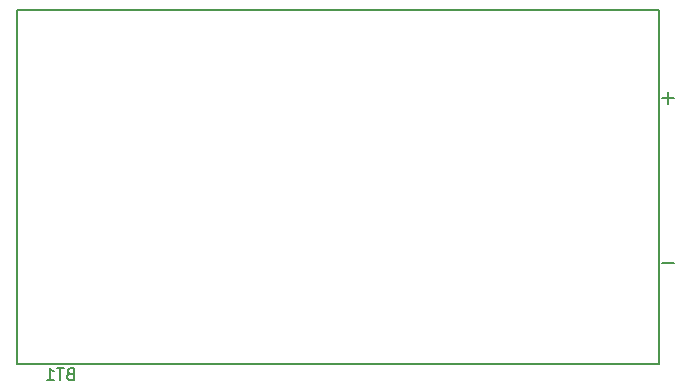
<source format=gbo>
%TF.GenerationSoftware,KiCad,Pcbnew,(5.1.12)-1*%
%TF.CreationDate,2022-01-31T19:51:58-07:00*%
%TF.ProjectId,Annoyatron_v2,416e6e6f-7961-4747-926f-6e5f76322e6b,rev?*%
%TF.SameCoordinates,Original*%
%TF.FileFunction,Legend,Bot*%
%TF.FilePolarity,Positive*%
%FSLAX46Y46*%
G04 Gerber Fmt 4.6, Leading zero omitted, Abs format (unit mm)*
G04 Created by KiCad (PCBNEW (5.1.12)-1) date 2022-01-31 19:51:58*
%MOMM*%
%LPD*%
G01*
G04 APERTURE LIST*
%ADD10C,0.127000*%
%ADD11C,0.150000*%
G04 APERTURE END LIST*
D10*
%TO.C,BT1*%
X108969000Y-105409000D02*
X163319000Y-105409000D01*
X108969000Y-75439000D02*
X108969000Y-105409000D01*
X163319000Y-75439000D02*
X108969000Y-75439000D01*
X163319000Y-105409000D02*
X163319000Y-75439000D01*
D11*
X113434714Y-106227571D02*
X113291857Y-106275190D01*
X113244238Y-106322809D01*
X113196619Y-106418047D01*
X113196619Y-106560904D01*
X113244238Y-106656142D01*
X113291857Y-106703761D01*
X113387095Y-106751380D01*
X113768047Y-106751380D01*
X113768047Y-105751380D01*
X113434714Y-105751380D01*
X113339476Y-105799000D01*
X113291857Y-105846619D01*
X113244238Y-105941857D01*
X113244238Y-106037095D01*
X113291857Y-106132333D01*
X113339476Y-106179952D01*
X113434714Y-106227571D01*
X113768047Y-106227571D01*
X112910904Y-105751380D02*
X112339476Y-105751380D01*
X112625190Y-106751380D02*
X112625190Y-105751380D01*
X111482333Y-106751380D02*
X112053761Y-106751380D01*
X111768047Y-106751380D02*
X111768047Y-105751380D01*
X111863285Y-105894238D01*
X111958523Y-105989476D01*
X112053761Y-106037095D01*
X164617333Y-96874000D02*
X163550666Y-96874000D01*
X164617333Y-82904000D02*
X163550666Y-82904000D01*
X164084000Y-83437333D02*
X164084000Y-82370666D01*
%TD*%
M02*

</source>
